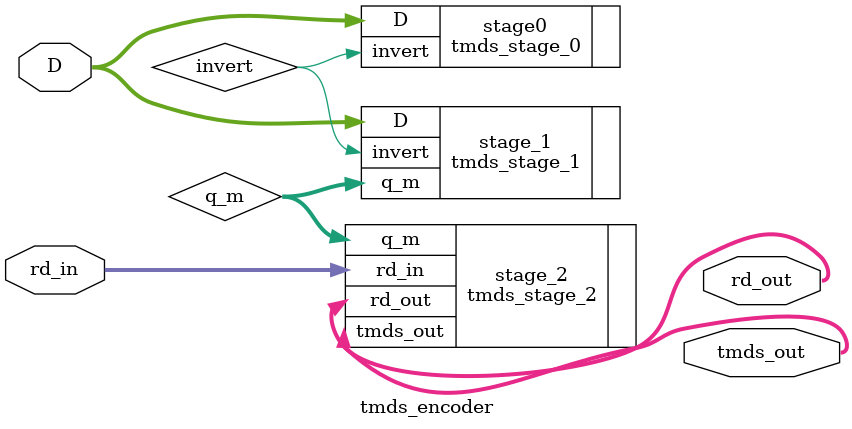
<source format=v>
`timescale 1ns / 1ps

module tmds_encoder(
    input [7:0] D,
    input signed [5:0] rd_in,
    output [9:0] tmds_out,
    output [5:0] rd_out
    );
    
    wire invert;
    //Stage 0 -> Generate invert signal
    tmds_stage_0 stage0 (
        .D(D),
        .invert(invert)
    );
    
    
    wire [8:0] q_m;   
    // Stage 1 -> Transition Minimiazation
    tmds_stage_1 stage_1 (
        .D(D),
        .invert(invert),
        .q_m(q_m)
    );
    
    // Stage 2 -> DC Balancing
    tmds_stage_2 stage_2 (
        .q_m(q_m),
        .rd_in(rd_in),
        .tmds_out(tmds_out),
        .rd_out(rd_out)
    );
    
endmodule

</source>
